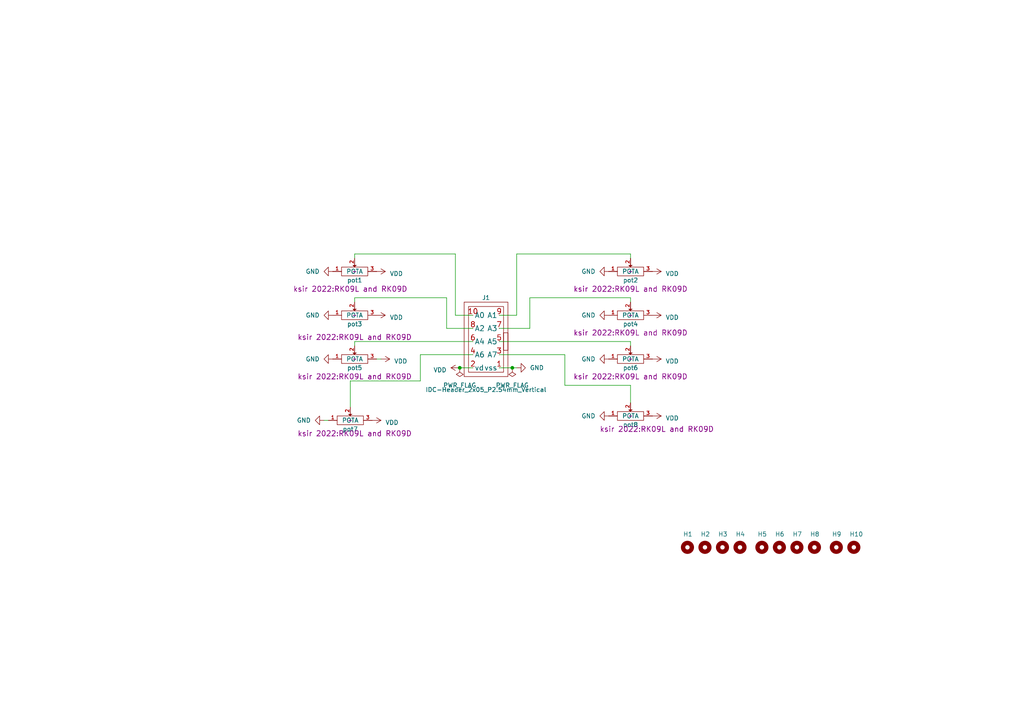
<source format=kicad_sch>
(kicad_sch (version 20230121) (generator eeschema)
  (paper "A4")
  (title_block (title "Pot 4 x 2 ") (date "2023-02-12"))
  (lib_symbols
    (symbol "Mechanical:MountingHole" (pin_names (offset 1.016))
      (property "Reference" "H" (at 0 5.08 0))
      (property "Value" "MountingHole" (at 0 3.175 0))
      (symbol "MountingHole_0_1"
        (circle (center 0 0) (radius 1.27) (stroke (width 1.27)))
      )
    )
    (symbol "ksir_2023:IDC-Header_2x05_P2.54mm_Vertical"
      (property "Reference" "J*" (at 0 12.7 0))
      (property "Value" "IDC-Header_2x05_P2.54mm_Vertical" (at 0 -11.43 0))
      (symbol "IDC-Header_2x05_P2.54mm_Vertical_0_1"
        (rectangle (start -6.35 -10.16) (end 6.35 11.43))
        (rectangle (start -5.08 -8.89) (end 5.08 10.16))
        (rectangle (start 5.08 -2.54) (end 6.35 2.54))
      )
      (symbol "IDC-Header_2x05_P2.54mm_Vertical_1_1"
        (pin passive line (at 3.81 -7.62 180) (length 0) (name "vss") (number "1"))
        (pin passive line (at -3.81 7.62 0) (length 0) (name "A0") (number "10"))
        (pin passive line (at -3.81 -7.62 0) (length 0) (name "vd") (number "2"))
        (pin passive line (at 3.81 -3.81 180) (length 0) (name "A7") (number "3"))
        (pin passive line (at -3.81 -3.81 0) (length 0) (name "A6") (number "4"))
        (pin passive line (at 3.81 0 180) (length 0) (name "A5") (number "5"))
        (pin passive line (at -3.81 0 0) (length 0) (name "A4") (number "6"))
        (pin passive line (at 3.81 3.81 180) (length 0) (name "A3") (number "7"))
        (pin passive line (at -3.81 3.81 0) (length 0) (name "A2") (number "8"))
        (pin passive line (at 3.81 7.62 180) (length 0) (name "A1") (number "9"))
      )
    )
    (symbol "midibox-rescue:POTA" (pin_names (offset 1.016) hide)
      (property "Reference" "pot" (at 0 -2.54 0))
      (property "Value" "POTA" (at 0 0 0))
      (symbol "POTA_0_1"
        (rectangle (start -3.81 1.27) (end 3.81 -1.27))
        (polyline (pts (xy 0 1.27) (xy -0.508 1.778) (xy 0.508 1.778)) (fill (type outline)))
      )
      (symbol "POTA_1_1"
        (pin passive line (at -6.35 0 0) (length 2.54) (name "vss_masse") (number "1"))
        (pin passive line (at 0 3.81 270) (length 2.032) (name "2") (number "2"))
        (pin passive line (at 6.35 0 180) (length 2.54) (name "vd") (number "3"))
      )
    )
    (symbol "power:GND" (power) (pin_names (offset 0))
      (property "Value" "GND" (at 0 -3.81 0))
      (symbol "GND_0_1"
        (polyline (pts (xy 0 0) (xy 0 -1.27) (xy 1.27 -1.27) (xy 0 -2.54) (xy -1.27 -1.27) (xy 0 -1.27)))
      )
      (symbol "GND_1_1"
        (pin power_in line (at 0 0 270) (length 0) hide (name "GND") (number "1"))
      )
    )
    (symbol "power:PWR_FLAG" (power) (pin_numbers hide) (pin_names (offset 0) hide)
      (property "Value" "PWR_FLAG" (at 0 3.81 0))
      (symbol "PWR_FLAG_0_0"
        (pin power_out line (at 0 0 90) (length 0) (name "pwr") (number "1"))
      )
      (symbol "PWR_FLAG_0_1"
        (polyline (pts (xy 0 0) (xy 0 1.27) (xy -1.016 1.905) (xy 0 2.54) (xy 1.016 1.905) (xy 0 1.27)))
      )
    )
    (symbol "power:VDD" (power) (pin_names (offset 0))
      (property "Value" "VDD" (at 0 3.81 0))
      (symbol "VDD_0_1"
        (polyline (pts (xy -0.762 1.27) (xy 0 2.54)))
        (polyline (pts (xy 0 0) (xy 0 2.54)))
        (polyline (pts (xy 0 2.54) (xy 0.762 1.27)))
      )
      (symbol "VDD_1_1"
        (pin power_in line (at 0 0 90) (length 0) hide (name "VDD") (number "1"))
      )
    )
  )
  (junction (at 133.35 106.68))
  (junction (at 148.59 106.68))
  (wire (pts (xy 144.78 106.68) (xy 148.59 106.68)))
  (wire (pts (xy 163.83 111.76) (xy 182.88 111.76)))
  (wire (pts (xy 182.88 111.76) (xy 182.88 116.84)))
  (wire (pts (xy 182.88 86.36) (xy 182.88 87.63)))
  (wire (pts (xy 102.87 86.36) (xy 129.54 86.36)))
  (wire (pts (xy 133.35 106.68) (xy 137.16 106.68)))
  (wire (pts (xy 102.87 73.66) (xy 132.08 73.66)))
  (wire (pts (xy 129.54 86.36) (xy 129.54 95.25)))
  (wire (pts (xy 149.86 91.44) (xy 144.78 91.44)))
  (wire (pts (xy 93.98 121.92) (xy 95.25 121.92)))
  (wire (pts (xy 163.83 102.87) (xy 163.83 111.76)))
  (wire (pts (xy 102.87 87.63) (xy 102.87 86.36)))
  (wire (pts (xy 182.88 99.06) (xy 182.88 100.33)))
  (wire (pts (xy 102.87 74.93) (xy 102.87 73.66)))
  (wire (pts (xy 182.88 74.93) (xy 182.88 73.66)))
  (wire (pts (xy 144.78 95.25) (xy 153.67 95.25)))
  (wire (pts (xy 102.87 99.06) (xy 137.16 99.06)))
  (wire (pts (xy 129.54 95.25) (xy 137.16 95.25)))
  (wire (pts (xy 101.6 118.11) (xy 101.6 110.49)))
  (wire (pts (xy 101.6 110.49) (xy 121.92 110.49)))
  (wire (pts (xy 153.67 95.25) (xy 153.67 86.36)))
  (wire (pts (xy 144.78 102.87) (xy 163.83 102.87)))
  (wire (pts (xy 132.08 73.66) (xy 132.08 91.44)))
  (wire (pts (xy 132.08 91.44) (xy 137.16 91.44)))
  (wire (pts (xy 153.67 86.36) (xy 182.88 86.36)))
  (wire (pts (xy 182.88 73.66) (xy 149.86 73.66)))
  (wire (pts (xy 109.22 104.14) (xy 110.49 104.14)))
  (wire (pts (xy 121.92 110.49) (xy 121.92 102.87)))
  (wire (pts (xy 149.86 73.66) (xy 149.86 91.44)))
  (wire (pts (xy 102.87 100.33) (xy 102.87 99.06)))
  (wire (pts (xy 121.92 102.87) (xy 137.16 102.87)))
  (wire (pts (xy 144.78 99.06) (xy 182.88 99.06)))
  (wire (pts (xy 148.59 106.68) (xy 149.86 106.68)))
  (symbol (lib_id "Mechanical:MountingHole") (at 204.47 158.75 0) (unit 1)
    (property "Reference" "H2" (at 203.2 154.94 0) (effects (justify left)))
    (property "Value" "MountingHole" (effects hide))
    (property "Footprint" "MountingHole:MountingHole_3.2mm_M3" (effects hide))
  )
  (symbol (lib_id "power:VDD") (at 110.49 104.14 270) (unit 1)
    (property "Reference" "#PWR03" (effects hide))
    (property "Value" "VDD" (at 114.3 104.775 90) (effects (justify left)))
  )
  (symbol (lib_id "Mechanical:MountingHole") (at 231.14 158.75 0) (unit 1)
    (property "Reference" "H7" (at 229.87 154.94 0) (effects (justify left)))
    (property "Value" "MountingHole" (effects hide))
    (property "Footprint" "MountingHole:MountingHole_3.2mm_M3" (effects hide))
  )
  (symbol (lib_id "Mechanical:MountingHole") (at 214.63 158.75 0) (unit 1)
    (property "Reference" "H4" (at 213.36 154.94 0) (effects (justify left)))
    (property "Value" "MountingHole" (effects hide))
    (property "Footprint" "MountingHole:MountingHole_3.2mm_M3" (effects hide))
  )
  (symbol (lib_id "power:VDD") (at 189.23 91.44 270) (unit 1)
    (property "Reference" "#PWR07" (effects hide))
    (property "Value" "VDD" (at 193.04 92.075 90) (effects (justify left)))
  )
  (symbol (lib_id "Mechanical:MountingHole") (at 220.98 158.75 0) (unit 1)
    (property "Reference" "H5" (at 219.71 154.94 0) (effects (justify left)))
    (property "Value" "MountingHole" (effects hide))
    (property "Footprint" "MountingHole:MountingHole_3.2mm_M3" (effects hide))
  )
  (symbol (lib_id "midibox-rescue:POTA") (at 182.88 78.74 0) (unit 1)
    (property "Reference" "pot2" (at 182.88 81.28 0))
    (property "Value" "POTA" (at 182.88 78.74 0))
    (property "Footprint" "ksir 2022:RK09L and RK09D" (at 182.88 83.82 0) (effects (font (size 1.524 1.524))))
    (property "Datasheet" "~" (at 182.88 78.74 0) (effects (font (size 1.524 1.524))))
  )
  (symbol (lib_id "power:GND") (at 96.52 104.14 270) (unit 1)
    (property "Reference" "#PWR0104" (effects hide))
    (property "Value" "GND" (at 92.71 104.14 90) (effects (justify right)))
  )
  (symbol (lib_id "Mechanical:MountingHole") (at 226.06 158.75 0) (unit 1)
    (property "Reference" "H6" (at 224.79 154.94 0) (effects (justify left)))
    (property "Value" "MountingHole" (effects hide))
    (property "Footprint" "MountingHole:MountingHole_3.2mm_M3" (effects hide))
  )
  (symbol (lib_id "Mechanical:MountingHole") (at 236.22 158.75 0) (unit 1)
    (property "Reference" "H8" (at 234.95 154.94 0) (effects (justify left)))
    (property "Value" "MountingHole" (effects hide))
    (property "Footprint" "MountingHole:MountingHole_3.2mm_M3" (effects hide))
  )
  (symbol (lib_id "power:GND") (at 176.53 104.14 270) (unit 1)
    (property "Reference" "#PWR0111" (effects hide))
    (property "Value" "GND" (at 172.72 104.14 90) (effects (justify right)))
  )
  (symbol (lib_id "midibox-rescue:POTA") (at 102.87 78.74 0) (unit 1)
    (property "Reference" "pot1" (at 102.87 81.28 0))
    (property "Value" "POTA" (at 102.87 78.74 0))
    (property "Footprint" "ksir 2022:RK09L and RK09D" (at 101.6 83.82 0) (effects (font (size 1.524 1.524))))
    (property "Datasheet" "~" (at 102.87 78.74 0) (effects (font (size 1.524 1.524))))
  )
  (symbol (lib_id "Mechanical:MountingHole") (at 247.65 158.75 0) (unit 1)
    (property "Reference" "H10" (at 246.38 154.94 0) (effects (justify left)))
    (property "Value" "MountingHole" (effects hide))
    (property "Footprint" "MountingHole:MountingHole_3.2mm_M3" (effects hide))
  )
  (symbol (lib_id "power:GND") (at 176.53 120.65 270) (unit 1)
    (property "Reference" "#PWR0118" (effects hide))
    (property "Value" "GND" (at 172.72 120.65 90) (effects (justify right)))
  )
  (symbol (lib_id "midibox-rescue:POTA") (at 182.88 91.44 0) (unit 1)
    (property "Reference" "pot4" (at 182.88 93.98 0))
    (property "Value" "POTA" (at 182.88 91.44 0))
    (property "Footprint" "ksir 2022:RK09L and RK09D" (at 182.88 96.52 0) (effects (font (size 1.524 1.524))))
    (property "Datasheet" "~" (at 182.88 91.44 0) (effects (font (size 1.524 1.524))))
  )
  (symbol (lib_id "power:VDD") (at 109.22 91.44 270) (unit 1)
    (property "Reference" "#PWR02" (effects hide))
    (property "Value" "VDD" (at 113.03 92.075 90) (effects (justify left)))
  )
  (symbol (lib_id "power:VDD") (at 133.35 106.68 90) (unit 1)
    (property "Reference" "#PWR05" (effects hide))
    (property "Value" "VDD" (at 129.54 107.315 90) (effects (justify left)))
  )
  (symbol (lib_id "Mechanical:MountingHole") (at 199.39 158.75 0) (unit 1)
    (property "Reference" "H1" (at 198.12 154.94 0) (effects (justify left)))
    (property "Value" "MountingHole" (effects hide))
    (property "Footprint" "MountingHole:MountingHole_3.2mm_M3" (effects hide))
  )
  (symbol (lib_id "power:VDD") (at 107.95 121.92 270) (unit 1)
    (property "Reference" "#PWR04" (effects hide))
    (property "Value" "VDD" (at 111.76 122.555 90) (effects (justify left)))
  )
  (symbol (lib_id "midibox-rescue:POTA") (at 182.88 104.14 0) (unit 1)
    (property "Reference" "pot6" (at 182.88 106.68 0))
    (property "Value" "POTA" (at 182.88 104.14 0))
    (property "Footprint" "ksir 2022:RK09L and RK09D" (at 182.88 109.22 0) (effects (font (size 1.524 1.524))))
    (property "Datasheet" "~" (at 182.88 104.14 0) (effects (font (size 1.524 1.524))))
  )
  (symbol (lib_id "power:VDD") (at 189.23 104.14 270) (unit 1)
    (property "Reference" "#PWR08" (effects hide))
    (property "Value" "VDD" (at 193.04 104.775 90) (effects (justify left)))
  )
  (symbol (lib_id "power:PWR_FLAG") (at 148.59 106.68 180) (unit 1)
    (property "Reference" "#FLG01" (effects hide))
    (property "Value" "PWR_FLAG" (at 148.59 111.76 0))
  )
  (symbol (lib_id "power:VDD") (at 189.23 120.65 270) (unit 1)
    (property "Reference" "#PWR09" (effects hide))
    (property "Value" "VDD" (at 193.04 121.285 90) (effects (justify left)))
  )
  (symbol (lib_id "power:VDD") (at 189.23 78.74 270) (unit 1)
    (property "Reference" "#PWR06" (effects hide))
    (property "Value" "VDD" (at 193.04 79.375 90) (effects (justify left)))
  )
  (symbol (lib_id "power:GND") (at 176.53 78.74 270) (unit 1)
    (property "Reference" "#PWR0115" (effects hide))
    (property "Value" "GND" (at 172.72 78.74 90) (effects (justify right)))
  )
  (symbol (lib_id "power:VDD") (at 109.22 78.74 270) (unit 1)
    (property "Reference" "#PWR01" (effects hide))
    (property "Value" "VDD" (at 113.03 79.375 90) (effects (justify left)))
  )
  (symbol (lib_id "power:PWR_FLAG") (at 133.35 106.68 180) (unit 1)
    (property "Reference" "#FLG02" (effects hide))
    (property "Value" "PWR_FLAG" (at 133.35 111.76 0))
  )
  (symbol (lib_id "power:GND") (at 149.86 106.68 90) (unit 1)
    (property "Reference" "#PWR0110" (effects hide))
    (property "Value" "GND" (at 153.67 106.68 90) (effects (justify right)))
  )
  (symbol (lib_id "midibox-rescue:POTA") (at 102.87 104.14 0) (unit 1)
    (property "Reference" "pot5" (at 102.87 106.68 0))
    (property "Value" "POTA" (at 102.87 104.14 0))
    (property "Footprint" "ksir 2022:RK09L and RK09D" (at 102.87 109.22 0) (effects (font (size 1.524 1.524))))
    (property "Datasheet" "~" (at 102.87 104.14 0) (effects (font (size 1.524 1.524))))
  )
  (symbol (lib_id "ksir_2023:IDC-Header_2x05_P2.54mm_Vertical") (at 140.97 99.06 0) (unit 1)
    (property "Reference" "J1" (at 140.97 86.36 0))
    (property "Value" "IDC-Header_2x05_P2.54mm_Vertical" (at 140.97 113.03 0))
    (property "Footprint" "Connector_IDC:IDC-Header_2x05_P2.54mm_Vertical" (effects hide))
  )
  (symbol (lib_id "midibox-rescue:POTA") (at 102.87 91.44 0) (unit 1)
    (property "Reference" "pot3" (at 102.87 93.98 0))
    (property "Value" "POTA" (at 102.87 91.44 0))
    (property "Footprint" "ksir 2022:RK09L and RK09D" (at 102.87 97.79 0) (effects (font (size 1.524 1.524))))
    (property "Datasheet" "~" (at 102.87 91.44 0) (effects (font (size 1.524 1.524))))
  )
  (symbol (lib_id "power:GND") (at 93.98 121.92 270) (unit 1)
    (property "Reference" "#PWR0108" (effects hide))
    (property "Value" "GND" (at 90.17 121.92 90) (effects (justify right)))
  )
  (symbol (lib_id "power:GND") (at 176.53 91.44 270) (unit 1)
    (property "Reference" "#PWR0114" (effects hide))
    (property "Value" "GND" (at 172.72 91.44 90) (effects (justify right)))
  )
  (symbol (lib_id "midibox-rescue:POTA") (at 101.6 121.92 0) (unit 1)
    (property "Reference" "pot7" (at 101.6 124.46 0))
    (property "Value" "POTA" (at 101.6 121.92 0))
    (property "Footprint" "ksir 2022:RK09L and RK09D" (at 102.87 125.73 0) (effects (font (size 1.524 1.524))))
    (property "Datasheet" "~" (at 101.6 121.92 0) (effects (font (size 1.524 1.524))))
  )
  (symbol (lib_id "Mechanical:MountingHole") (at 242.57 158.75 0) (unit 1)
    (property "Reference" "H9" (at 241.3 154.94 0) (effects (justify left)))
    (property "Value" "MountingHole" (effects hide))
    (property "Footprint" "MountingHole:MountingHole_3.2mm_M3" (effects hide))
  )
  (symbol (lib_id "midibox-rescue:POTA") (at 182.88 120.65 0) (unit 1)
    (property "Reference" "pot8" (at 182.88 123.19 0))
    (property "Value" "POTA" (at 182.88 120.65 0))
    (property "Footprint" "ksir 2022:RK09L and RK09D" (at 190.5 124.46 0) (effects (font (size 1.524 1.524))))
    (property "Datasheet" "~" (at 182.88 120.65 0) (effects (font (size 1.524 1.524))))
  )
  (symbol (lib_id "power:GND") (at 96.52 78.74 270) (unit 1)
    (property "Reference" "#PWR0109" (effects hide))
    (property "Value" "GND" (at 92.71 78.74 90) (effects (justify right)))
  )
  (symbol (lib_id "Mechanical:MountingHole") (at 209.55 158.75 0) (unit 1)
    (property "Reference" "H3" (at 208.28 154.94 0) (effects (justify left)))
    (property "Value" "MountingHole" (effects hide))
    (property "Footprint" "MountingHole:MountingHole_3.2mm_M3" (effects hide))
  )
  (symbol (lib_id "power:GND") (at 96.52 91.44 270) (unit 1)
    (property "Reference" "#PWR0105" (effects hide))
    (property "Value" "GND" (at 92.71 91.44 90) (effects (justify right)))
  )
)
</source>
